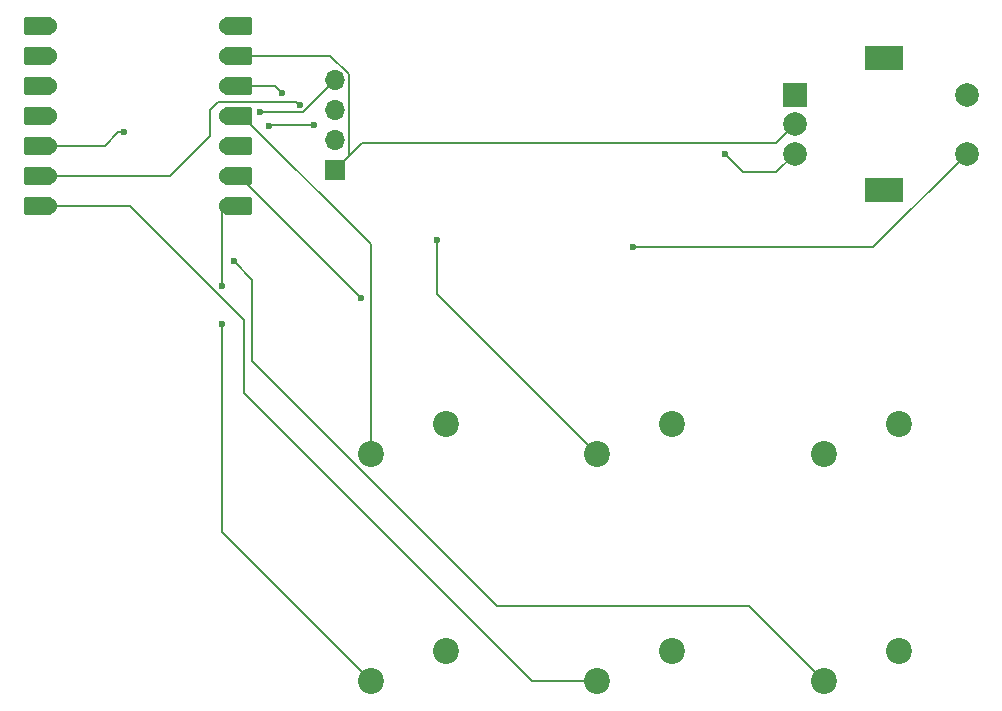
<source format=gtl>
%TF.GenerationSoftware,KiCad,Pcbnew,9.0.6*%
%TF.CreationDate,2025-12-23T15:21:00+08:00*%
%TF.ProjectId,jays-hackpad,6a617973-2d68-4616-936b-7061642e6b69,rev?*%
%TF.SameCoordinates,Original*%
%TF.FileFunction,Copper,L1,Top*%
%TF.FilePolarity,Positive*%
%FSLAX46Y46*%
G04 Gerber Fmt 4.6, Leading zero omitted, Abs format (unit mm)*
G04 Created by KiCad (PCBNEW 9.0.6) date 2025-12-23 15:21:00*
%MOMM*%
%LPD*%
G01*
G04 APERTURE LIST*
G04 Aperture macros list*
%AMRoundRect*
0 Rectangle with rounded corners*
0 $1 Rounding radius*
0 $2 $3 $4 $5 $6 $7 $8 $9 X,Y pos of 4 corners*
0 Add a 4 corners polygon primitive as box body*
4,1,4,$2,$3,$4,$5,$6,$7,$8,$9,$2,$3,0*
0 Add four circle primitives for the rounded corners*
1,1,$1+$1,$2,$3*
1,1,$1+$1,$4,$5*
1,1,$1+$1,$6,$7*
1,1,$1+$1,$8,$9*
0 Add four rect primitives between the rounded corners*
20,1,$1+$1,$2,$3,$4,$5,0*
20,1,$1+$1,$4,$5,$6,$7,0*
20,1,$1+$1,$6,$7,$8,$9,0*
20,1,$1+$1,$8,$9,$2,$3,0*%
G04 Aperture macros list end*
%TA.AperFunction,ComponentPad*%
%ADD10R,2.000000X2.000000*%
%TD*%
%TA.AperFunction,ComponentPad*%
%ADD11C,2.000000*%
%TD*%
%TA.AperFunction,ComponentPad*%
%ADD12R,3.200000X2.000000*%
%TD*%
%TA.AperFunction,ComponentPad*%
%ADD13C,2.200000*%
%TD*%
%TA.AperFunction,ComponentPad*%
%ADD14R,1.700000X1.700000*%
%TD*%
%TA.AperFunction,ComponentPad*%
%ADD15O,1.700000X1.700000*%
%TD*%
%TA.AperFunction,SMDPad,CuDef*%
%ADD16RoundRect,0.152400X1.063600X0.609600X-1.063600X0.609600X-1.063600X-0.609600X1.063600X-0.609600X0*%
%TD*%
%TA.AperFunction,ComponentPad*%
%ADD17C,1.524000*%
%TD*%
%TA.AperFunction,SMDPad,CuDef*%
%ADD18RoundRect,0.152400X-1.063600X-0.609600X1.063600X-0.609600X1.063600X0.609600X-1.063600X0.609600X0*%
%TD*%
%TA.AperFunction,ViaPad*%
%ADD19C,0.600000*%
%TD*%
%TA.AperFunction,Conductor*%
%ADD20C,0.200000*%
%TD*%
G04 APERTURE END LIST*
D10*
%TO.P,SW7,A,A*%
%TO.N,Net-(U1-GPIO27{slash}ADC1{slash}A1)*%
X144650000Y-69900000D03*
D11*
%TO.P,SW7,B,B*%
%TO.N,Net-(U1-GPIO26{slash}ADC0{slash}A0)*%
X144650000Y-74900000D03*
%TO.P,SW7,C,C*%
%TO.N,GND*%
X144650000Y-72400000D03*
D12*
%TO.P,SW7,MP*%
%TO.N,N/C*%
X152150000Y-66800000D03*
X152150000Y-78000000D03*
D11*
%TO.P,SW7,S1,S1*%
%TO.N,Net-(U1-GPIO28{slash}ADC2{slash}A2)*%
X159150000Y-74900000D03*
%TO.P,SW7,S2,S2*%
%TO.N,GND*%
X159150000Y-69900000D03*
%TD*%
D13*
%TO.P,SW5,1,1*%
%TO.N,GND*%
X134240000Y-117020000D03*
%TO.P,SW5,2,2*%
%TO.N,Net-(U1-GPIO0{slash}TX)*%
X127890000Y-119560000D03*
%TD*%
D14*
%TO.P,Brd1,1,GND*%
%TO.N,GND*%
X105685000Y-76295000D03*
D15*
%TO.P,Brd1,2,VCC*%
%TO.N,Net-(Brd1-VCC)*%
X105685000Y-73755000D03*
%TO.P,Brd1,3,SCL*%
%TO.N,Net-(Brd1-SCL)*%
X105685000Y-71215000D03*
%TO.P,Brd1,4,SDA*%
%TO.N,Net-(Brd1-SDA)*%
X105685000Y-68675000D03*
%TD*%
D13*
%TO.P,SW6,1,1*%
%TO.N,GND*%
X153440000Y-117020000D03*
%TO.P,SW6,2,2*%
%TO.N,Net-(U1-GPIO29{slash}ADC3{slash}A3)*%
X147090000Y-119560000D03*
%TD*%
%TO.P,SW3,1,1*%
%TO.N,GND*%
X153440000Y-97820000D03*
%TO.P,SW3,2,2*%
%TO.N,Net-(U1-GPIO2{slash}SCK)*%
X147090000Y-100360000D03*
%TD*%
%TO.P,SW2,1,1*%
%TO.N,GND*%
X134240000Y-97820000D03*
%TO.P,SW2,2,2*%
%TO.N,Net-(U1-GPIO4{slash}MISO)*%
X127890000Y-100360000D03*
%TD*%
%TO.P,SW4,1,1*%
%TO.N,GND*%
X115040000Y-117020000D03*
%TO.P,SW4,2,2*%
%TO.N,Net-(U1-GPIO1{slash}RX)*%
X108690000Y-119560000D03*
%TD*%
D16*
%TO.P,U1,1,GPIO26/ADC0/A0*%
%TO.N,Net-(U1-GPIO26{slash}ADC0{slash}A0)*%
X80545000Y-64080000D03*
D17*
X81380000Y-64080000D03*
D16*
%TO.P,U1,2,GPIO27/ADC1/A1*%
%TO.N,Net-(U1-GPIO27{slash}ADC1{slash}A1)*%
X80545000Y-66620000D03*
D17*
X81380000Y-66620000D03*
D16*
%TO.P,U1,3,GPIO28/ADC2/A2*%
%TO.N,Net-(U1-GPIO28{slash}ADC2{slash}A2)*%
X80545000Y-69160000D03*
D17*
X81380000Y-69160000D03*
D16*
%TO.P,U1,4,GPIO29/ADC3/A3*%
%TO.N,Net-(U1-GPIO29{slash}ADC3{slash}A3)*%
X80545000Y-71700000D03*
D17*
X81380000Y-71700000D03*
D16*
%TO.P,U1,5,GPIO6/SDA*%
%TO.N,Net-(Brd1-SDA)*%
X80545000Y-74240000D03*
D17*
X81380000Y-74240000D03*
D16*
%TO.P,U1,6,GPIO7/SCL*%
%TO.N,Net-(Brd1-SCL)*%
X80545000Y-76780000D03*
D17*
X81380000Y-76780000D03*
D16*
%TO.P,U1,7,GPIO0/TX*%
%TO.N,Net-(U1-GPIO0{slash}TX)*%
X80545000Y-79320000D03*
D17*
X81380000Y-79320000D03*
%TO.P,U1,8,GPIO1/RX*%
%TO.N,Net-(U1-GPIO1{slash}RX)*%
X96620000Y-79320000D03*
D18*
X97455000Y-79320000D03*
D17*
%TO.P,U1,9,GPIO2/SCK*%
%TO.N,Net-(U1-GPIO2{slash}SCK)*%
X96620000Y-76780000D03*
D18*
X97455000Y-76780000D03*
D17*
%TO.P,U1,10,GPIO4/MISO*%
%TO.N,Net-(U1-GPIO4{slash}MISO)*%
X96620000Y-74240000D03*
D18*
X97455000Y-74240000D03*
D17*
%TO.P,U1,11,GPIO3/MOSI*%
%TO.N,Net-(U1-GPIO3{slash}MOSI)*%
X96620000Y-71700000D03*
D18*
X97455000Y-71700000D03*
D17*
%TO.P,U1,12,3V3*%
%TO.N,Net-(Brd1-VCC)*%
X96620000Y-69160000D03*
D18*
X97455000Y-69160000D03*
D17*
%TO.P,U1,13,GND*%
%TO.N,GND*%
X96620000Y-66620000D03*
D18*
X97455000Y-66620000D03*
D17*
%TO.P,U1,14,VBUS*%
%TO.N,+5V*%
X96620000Y-64080000D03*
D18*
X97455000Y-64080000D03*
%TD*%
D13*
%TO.P,SW1,1,1*%
%TO.N,GND*%
X115040000Y-97820000D03*
%TO.P,SW1,2,2*%
%TO.N,Net-(U1-GPIO3{slash}MOSI)*%
X108690000Y-100360000D03*
%TD*%
D19*
%TO.N,Net-(Brd1-SCL)*%
X102700000Y-70800000D03*
%TO.N,Net-(Brd1-VCC)*%
X101200000Y-69800000D03*
%TO.N,Net-(Brd1-SDA)*%
X87800000Y-73100000D03*
X99300000Y-71400000D03*
%TO.N,Net-(U1-GPIO4{slash}MISO)*%
X114300000Y-82200000D03*
%TO.N,Net-(U1-GPIO2{slash}SCK)*%
X107900000Y-87100000D03*
%TO.N,Net-(U1-GPIO1{slash}RX)*%
X96100000Y-89300000D03*
X96100000Y-86100000D03*
%TO.N,Net-(U1-GPIO29{slash}ADC3{slash}A3)*%
X97100000Y-84000000D03*
%TO.N,Net-(U1-GPIO26{slash}ADC0{slash}A0)*%
X138675000Y-74925000D03*
%TO.N,Net-(U1-GPIO28{slash}ADC2{slash}A2)*%
X130900000Y-82800000D03*
%TO.N,Net-(U1-GPIO27{slash}ADC1{slash}A1)*%
X100100000Y-72600000D03*
X103900000Y-72500000D03*
%TD*%
D20*
%TO.N,GND*%
X107980000Y-74000000D02*
X105685000Y-76295000D01*
X105257760Y-66620000D02*
X106836000Y-68198240D01*
X144650000Y-72400000D02*
X143050000Y-74000000D01*
X143050000Y-74000000D02*
X107980000Y-74000000D01*
X96620000Y-66620000D02*
X105257760Y-66620000D01*
X106836000Y-68198240D02*
X106836000Y-75144000D01*
X106836000Y-75144000D02*
X105685000Y-76295000D01*
%TO.N,Net-(Brd1-SCL)*%
X95800000Y-70500000D02*
X102400000Y-70500000D01*
X95100000Y-71200000D02*
X95100000Y-73400000D01*
X91720000Y-76780000D02*
X81380000Y-76780000D01*
X95100000Y-73400000D02*
X91720000Y-76780000D01*
X95800000Y-70500000D02*
X95100000Y-71200000D01*
X102400000Y-70500000D02*
X102700000Y-70800000D01*
%TO.N,Net-(Brd1-VCC)*%
X100560000Y-69160000D02*
X101200000Y-69800000D01*
X96620000Y-69160000D02*
X100560000Y-69160000D01*
%TO.N,Net-(Brd1-SDA)*%
X102960000Y-71400000D02*
X105685000Y-68675000D01*
X87800000Y-73100000D02*
X87300000Y-73100000D01*
X87300000Y-73100000D02*
X86160000Y-74240000D01*
X99300000Y-71400000D02*
X102960000Y-71400000D01*
X86160000Y-74240000D02*
X81380000Y-74240000D01*
%TO.N,Net-(U1-GPIO3{slash}MOSI)*%
X108690000Y-100360000D02*
X108690000Y-82560870D01*
X97829130Y-71700000D02*
X96620000Y-71700000D01*
X108690000Y-82560870D02*
X97829130Y-71700000D01*
%TO.N,Net-(U1-GPIO4{slash}MISO)*%
X114300000Y-86770000D02*
X127890000Y-100360000D01*
X114300000Y-82200000D02*
X114300000Y-86770000D01*
%TO.N,Net-(U1-GPIO2{slash}SCK)*%
X97580000Y-76780000D02*
X107900000Y-87100000D01*
X96620000Y-76780000D02*
X97580000Y-76780000D01*
%TO.N,Net-(U1-GPIO1{slash}RX)*%
X96100000Y-106970000D02*
X108690000Y-119560000D01*
X96100000Y-89300000D02*
X96100000Y-106970000D01*
X96100000Y-79840000D02*
X96620000Y-79320000D01*
X96100000Y-86100000D02*
X96100000Y-79840000D01*
%TO.N,Net-(U1-GPIO0{slash}TX)*%
X98000000Y-95200000D02*
X98000000Y-89000000D01*
X98000000Y-89000000D02*
X88320000Y-79320000D01*
X122360000Y-119560000D02*
X98000000Y-95200000D01*
X88320000Y-79320000D02*
X81380000Y-79320000D01*
X127890000Y-119560000D02*
X122360000Y-119560000D01*
%TO.N,Net-(U1-GPIO29{slash}ADC3{slash}A3)*%
X98672000Y-85572000D02*
X97100000Y-84000000D01*
X147090000Y-119560000D02*
X140730000Y-113200000D01*
X119418470Y-113200000D02*
X98672000Y-92453530D01*
X98672000Y-92453530D02*
X98672000Y-85572000D01*
X140730000Y-113200000D02*
X119418470Y-113200000D01*
%TO.N,Net-(U1-GPIO26{slash}ADC0{slash}A0)*%
X140250000Y-76500000D02*
X143050000Y-76500000D01*
X140250000Y-76500000D02*
X138675000Y-74925000D01*
X143050000Y-76500000D02*
X144650000Y-74900000D01*
%TO.N,Net-(U1-GPIO28{slash}ADC2{slash}A2)*%
X130900000Y-82800000D02*
X151250000Y-82800000D01*
X151250000Y-82800000D02*
X159150000Y-74900000D01*
%TO.N,Net-(U1-GPIO27{slash}ADC1{slash}A1)*%
X100200000Y-72500000D02*
X103900000Y-72500000D01*
X100100000Y-72600000D02*
X100200000Y-72500000D01*
%TD*%
M02*

</source>
